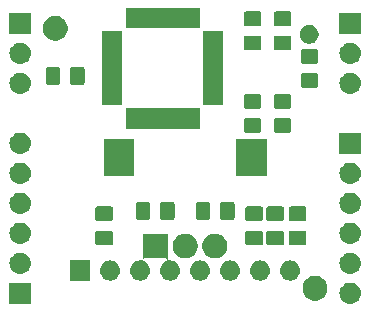
<source format=gbr>
G04 #@! TF.GenerationSoftware,KiCad,Pcbnew,(5.0.2-5)-5*
G04 #@! TF.CreationDate,2019-09-23T09:23:56+03:00*
G04 #@! TF.ProjectId,digi_pot,64696769-5f70-46f7-942e-6b696361645f,rev?*
G04 #@! TF.SameCoordinates,Original*
G04 #@! TF.FileFunction,Soldermask,Bot*
G04 #@! TF.FilePolarity,Negative*
%FSLAX46Y46*%
G04 Gerber Fmt 4.6, Leading zero omitted, Abs format (unit mm)*
G04 Created by KiCad (PCBNEW (5.0.2-5)-5) date 2019 September 23, Monday 09:23:56*
%MOMM*%
%LPD*%
G01*
G04 APERTURE LIST*
%ADD10C,0.100000*%
G04 APERTURE END LIST*
D10*
G36*
X162670443Y-103245519D02*
X162736627Y-103252037D01*
X162849853Y-103286384D01*
X162906467Y-103303557D01*
X163045087Y-103377652D01*
X163062991Y-103387222D01*
X163082259Y-103403035D01*
X163200186Y-103499814D01*
X163283448Y-103601271D01*
X163312778Y-103637009D01*
X163312779Y-103637011D01*
X163396443Y-103793533D01*
X163396443Y-103793534D01*
X163447963Y-103963373D01*
X163465359Y-104140000D01*
X163447963Y-104316627D01*
X163413616Y-104429853D01*
X163396443Y-104486467D01*
X163322348Y-104625087D01*
X163312778Y-104642991D01*
X163283448Y-104678729D01*
X163200186Y-104780186D01*
X163098729Y-104863448D01*
X163062991Y-104892778D01*
X163062989Y-104892779D01*
X162906467Y-104976443D01*
X162849853Y-104993616D01*
X162736627Y-105027963D01*
X162670442Y-105034482D01*
X162604260Y-105041000D01*
X162515740Y-105041000D01*
X162449557Y-105034481D01*
X162383373Y-105027963D01*
X162270147Y-104993616D01*
X162213533Y-104976443D01*
X162057011Y-104892779D01*
X162057009Y-104892778D01*
X162021271Y-104863448D01*
X161919814Y-104780186D01*
X161836552Y-104678729D01*
X161807222Y-104642991D01*
X161797652Y-104625087D01*
X161723557Y-104486467D01*
X161706384Y-104429853D01*
X161672037Y-104316627D01*
X161654641Y-104140000D01*
X161672037Y-103963373D01*
X161723557Y-103793534D01*
X161723557Y-103793533D01*
X161807221Y-103637011D01*
X161807222Y-103637009D01*
X161836552Y-103601271D01*
X161919814Y-103499814D01*
X162037741Y-103403035D01*
X162057009Y-103387222D01*
X162074913Y-103377652D01*
X162213533Y-103303557D01*
X162270147Y-103286384D01*
X162383373Y-103252037D01*
X162449558Y-103245518D01*
X162515740Y-103239000D01*
X162604260Y-103239000D01*
X162670443Y-103245519D01*
X162670443Y-103245519D01*
G37*
G36*
X135521000Y-105041000D02*
X133719000Y-105041000D01*
X133719000Y-103239000D01*
X135521000Y-103239000D01*
X135521000Y-105041000D01*
X135521000Y-105041000D01*
G37*
G36*
X159894965Y-102698989D02*
X160086234Y-102778215D01*
X160258376Y-102893237D01*
X160404763Y-103039624D01*
X160519785Y-103211766D01*
X160599011Y-103403035D01*
X160639400Y-103606084D01*
X160639400Y-103813116D01*
X160599011Y-104016165D01*
X160519785Y-104207434D01*
X160404763Y-104379576D01*
X160258376Y-104525963D01*
X160086234Y-104640985D01*
X159894965Y-104720211D01*
X159691916Y-104760600D01*
X159484884Y-104760600D01*
X159281835Y-104720211D01*
X159090566Y-104640985D01*
X158918424Y-104525963D01*
X158772037Y-104379576D01*
X158657015Y-104207434D01*
X158577789Y-104016165D01*
X158537400Y-103813116D01*
X158537400Y-103606084D01*
X158577789Y-103403035D01*
X158657015Y-103211766D01*
X158772037Y-103039624D01*
X158918424Y-102893237D01*
X159090566Y-102778215D01*
X159281835Y-102698989D01*
X159484884Y-102658600D01*
X159691916Y-102658600D01*
X159894965Y-102698989D01*
X159894965Y-102698989D01*
G37*
G36*
X150025221Y-101370913D02*
X150025224Y-101370914D01*
X150025225Y-101370914D01*
X150185639Y-101419575D01*
X150185641Y-101419576D01*
X150185644Y-101419577D01*
X150333478Y-101498595D01*
X150463059Y-101604941D01*
X150569405Y-101734522D01*
X150648423Y-101882356D01*
X150697087Y-102042779D01*
X150713517Y-102209600D01*
X150697087Y-102376421D01*
X150697086Y-102376424D01*
X150697086Y-102376425D01*
X150659297Y-102501000D01*
X150648423Y-102536844D01*
X150569405Y-102684678D01*
X150463059Y-102814259D01*
X150333478Y-102920605D01*
X150185644Y-102999623D01*
X150185641Y-102999624D01*
X150185639Y-102999625D01*
X150025225Y-103048286D01*
X150025224Y-103048286D01*
X150025221Y-103048287D01*
X149900204Y-103060600D01*
X149816596Y-103060600D01*
X149691579Y-103048287D01*
X149691576Y-103048286D01*
X149691575Y-103048286D01*
X149531161Y-102999625D01*
X149531159Y-102999624D01*
X149531156Y-102999623D01*
X149383322Y-102920605D01*
X149253741Y-102814259D01*
X149147395Y-102684678D01*
X149068377Y-102536844D01*
X149057504Y-102501000D01*
X149019714Y-102376425D01*
X149019714Y-102376424D01*
X149019713Y-102376421D01*
X149003283Y-102209600D01*
X149019713Y-102042779D01*
X149068377Y-101882356D01*
X149147395Y-101734522D01*
X149253741Y-101604941D01*
X149383322Y-101498595D01*
X149531156Y-101419577D01*
X149531159Y-101419576D01*
X149531161Y-101419575D01*
X149691575Y-101370914D01*
X149691576Y-101370914D01*
X149691579Y-101370913D01*
X149816596Y-101358600D01*
X149900204Y-101358600D01*
X150025221Y-101370913D01*
X150025221Y-101370913D01*
G37*
G36*
X147150200Y-101233600D02*
X147152602Y-101257986D01*
X147159715Y-101281435D01*
X147171266Y-101303046D01*
X147186812Y-101321988D01*
X147205754Y-101337534D01*
X147227365Y-101349085D01*
X147250814Y-101356198D01*
X147275200Y-101358600D01*
X147360204Y-101358600D01*
X147485221Y-101370913D01*
X147485224Y-101370914D01*
X147485225Y-101370914D01*
X147645639Y-101419575D01*
X147645641Y-101419576D01*
X147645644Y-101419577D01*
X147793478Y-101498595D01*
X147923059Y-101604941D01*
X148029405Y-101734522D01*
X148108423Y-101882356D01*
X148157087Y-102042779D01*
X148173517Y-102209600D01*
X148157087Y-102376421D01*
X148157086Y-102376424D01*
X148157086Y-102376425D01*
X148119297Y-102501000D01*
X148108423Y-102536844D01*
X148029405Y-102684678D01*
X147923059Y-102814259D01*
X147793478Y-102920605D01*
X147645644Y-102999623D01*
X147645641Y-102999624D01*
X147645639Y-102999625D01*
X147485225Y-103048286D01*
X147485224Y-103048286D01*
X147485221Y-103048287D01*
X147360204Y-103060600D01*
X147276596Y-103060600D01*
X147151579Y-103048287D01*
X147151576Y-103048286D01*
X147151575Y-103048286D01*
X146991161Y-102999625D01*
X146991159Y-102999624D01*
X146991156Y-102999623D01*
X146843322Y-102920605D01*
X146713741Y-102814259D01*
X146607395Y-102684678D01*
X146528377Y-102536844D01*
X146517504Y-102501000D01*
X146479714Y-102376425D01*
X146479714Y-102376424D01*
X146479713Y-102376421D01*
X146463283Y-102209600D01*
X146479713Y-102042779D01*
X146528377Y-101882356D01*
X146607395Y-101734522D01*
X146713741Y-101604941D01*
X146843322Y-101498595D01*
X146999789Y-101414962D01*
X147004426Y-101413042D01*
X147024801Y-101399428D01*
X147042128Y-101382102D01*
X147055743Y-101361727D01*
X147065121Y-101339089D01*
X147069902Y-101315055D01*
X147069902Y-101290551D01*
X147065122Y-101266517D01*
X147055746Y-101243878D01*
X147042132Y-101223503D01*
X147024806Y-101206176D01*
X147004431Y-101192561D01*
X146981793Y-101183183D01*
X146957759Y-101178402D01*
X146945504Y-101177800D01*
X145151296Y-101177800D01*
X145126910Y-101180202D01*
X145103461Y-101187315D01*
X145081850Y-101198866D01*
X145062908Y-101214412D01*
X145048200Y-101232333D01*
X145048200Y-99075800D01*
X147150200Y-99075800D01*
X147150200Y-101233600D01*
X147150200Y-101233600D01*
G37*
G36*
X145028698Y-101327186D02*
X145035811Y-101350635D01*
X145047362Y-101372246D01*
X145062908Y-101391188D01*
X145081850Y-101406734D01*
X145094834Y-101413674D01*
X145094782Y-101413771D01*
X145253478Y-101498595D01*
X145383059Y-101604941D01*
X145489405Y-101734522D01*
X145568423Y-101882356D01*
X145617087Y-102042779D01*
X145633517Y-102209600D01*
X145617087Y-102376421D01*
X145617086Y-102376424D01*
X145617086Y-102376425D01*
X145579297Y-102501000D01*
X145568423Y-102536844D01*
X145489405Y-102684678D01*
X145383059Y-102814259D01*
X145253478Y-102920605D01*
X145105644Y-102999623D01*
X145105641Y-102999624D01*
X145105639Y-102999625D01*
X144945225Y-103048286D01*
X144945224Y-103048286D01*
X144945221Y-103048287D01*
X144820204Y-103060600D01*
X144736596Y-103060600D01*
X144611579Y-103048287D01*
X144611576Y-103048286D01*
X144611575Y-103048286D01*
X144451161Y-102999625D01*
X144451159Y-102999624D01*
X144451156Y-102999623D01*
X144303322Y-102920605D01*
X144173741Y-102814259D01*
X144067395Y-102684678D01*
X143988377Y-102536844D01*
X143977504Y-102501000D01*
X143939714Y-102376425D01*
X143939714Y-102376424D01*
X143939713Y-102376421D01*
X143923283Y-102209600D01*
X143939713Y-102042779D01*
X143988377Y-101882356D01*
X144067395Y-101734522D01*
X144173741Y-101604941D01*
X144303322Y-101498595D01*
X144451156Y-101419577D01*
X144451159Y-101419576D01*
X144451161Y-101419575D01*
X144611575Y-101370914D01*
X144611576Y-101370914D01*
X144611579Y-101370913D01*
X144736596Y-101358600D01*
X144820205Y-101358600D01*
X144910948Y-101367537D01*
X144935453Y-101367537D01*
X144959486Y-101362756D01*
X144982125Y-101353379D01*
X145002500Y-101339765D01*
X145019827Y-101322438D01*
X145027151Y-101311476D01*
X145028698Y-101327186D01*
X145028698Y-101327186D01*
G37*
G36*
X142405221Y-101370913D02*
X142405224Y-101370914D01*
X142405225Y-101370914D01*
X142565639Y-101419575D01*
X142565641Y-101419576D01*
X142565644Y-101419577D01*
X142713478Y-101498595D01*
X142843059Y-101604941D01*
X142949405Y-101734522D01*
X143028423Y-101882356D01*
X143077087Y-102042779D01*
X143093517Y-102209600D01*
X143077087Y-102376421D01*
X143077086Y-102376424D01*
X143077086Y-102376425D01*
X143039297Y-102501000D01*
X143028423Y-102536844D01*
X142949405Y-102684678D01*
X142843059Y-102814259D01*
X142713478Y-102920605D01*
X142565644Y-102999623D01*
X142565641Y-102999624D01*
X142565639Y-102999625D01*
X142405225Y-103048286D01*
X142405224Y-103048286D01*
X142405221Y-103048287D01*
X142280204Y-103060600D01*
X142196596Y-103060600D01*
X142071579Y-103048287D01*
X142071576Y-103048286D01*
X142071575Y-103048286D01*
X141911161Y-102999625D01*
X141911159Y-102999624D01*
X141911156Y-102999623D01*
X141763322Y-102920605D01*
X141633741Y-102814259D01*
X141527395Y-102684678D01*
X141448377Y-102536844D01*
X141437504Y-102501000D01*
X141399714Y-102376425D01*
X141399714Y-102376424D01*
X141399713Y-102376421D01*
X141383283Y-102209600D01*
X141399713Y-102042779D01*
X141448377Y-101882356D01*
X141527395Y-101734522D01*
X141633741Y-101604941D01*
X141763322Y-101498595D01*
X141911156Y-101419577D01*
X141911159Y-101419576D01*
X141911161Y-101419575D01*
X142071575Y-101370914D01*
X142071576Y-101370914D01*
X142071579Y-101370913D01*
X142196596Y-101358600D01*
X142280204Y-101358600D01*
X142405221Y-101370913D01*
X142405221Y-101370913D01*
G37*
G36*
X140549400Y-103060600D02*
X138847400Y-103060600D01*
X138847400Y-101358600D01*
X140549400Y-101358600D01*
X140549400Y-103060600D01*
X140549400Y-103060600D01*
G37*
G36*
X155105221Y-101370913D02*
X155105224Y-101370914D01*
X155105225Y-101370914D01*
X155265639Y-101419575D01*
X155265641Y-101419576D01*
X155265644Y-101419577D01*
X155413478Y-101498595D01*
X155543059Y-101604941D01*
X155649405Y-101734522D01*
X155728423Y-101882356D01*
X155777087Y-102042779D01*
X155793517Y-102209600D01*
X155777087Y-102376421D01*
X155777086Y-102376424D01*
X155777086Y-102376425D01*
X155739297Y-102501000D01*
X155728423Y-102536844D01*
X155649405Y-102684678D01*
X155543059Y-102814259D01*
X155413478Y-102920605D01*
X155265644Y-102999623D01*
X155265641Y-102999624D01*
X155265639Y-102999625D01*
X155105225Y-103048286D01*
X155105224Y-103048286D01*
X155105221Y-103048287D01*
X154980204Y-103060600D01*
X154896596Y-103060600D01*
X154771579Y-103048287D01*
X154771576Y-103048286D01*
X154771575Y-103048286D01*
X154611161Y-102999625D01*
X154611159Y-102999624D01*
X154611156Y-102999623D01*
X154463322Y-102920605D01*
X154333741Y-102814259D01*
X154227395Y-102684678D01*
X154148377Y-102536844D01*
X154137504Y-102501000D01*
X154099714Y-102376425D01*
X154099714Y-102376424D01*
X154099713Y-102376421D01*
X154083283Y-102209600D01*
X154099713Y-102042779D01*
X154148377Y-101882356D01*
X154227395Y-101734522D01*
X154333741Y-101604941D01*
X154463322Y-101498595D01*
X154611156Y-101419577D01*
X154611159Y-101419576D01*
X154611161Y-101419575D01*
X154771575Y-101370914D01*
X154771576Y-101370914D01*
X154771579Y-101370913D01*
X154896596Y-101358600D01*
X154980204Y-101358600D01*
X155105221Y-101370913D01*
X155105221Y-101370913D01*
G37*
G36*
X152565221Y-101370913D02*
X152565224Y-101370914D01*
X152565225Y-101370914D01*
X152725639Y-101419575D01*
X152725641Y-101419576D01*
X152725644Y-101419577D01*
X152873478Y-101498595D01*
X153003059Y-101604941D01*
X153109405Y-101734522D01*
X153188423Y-101882356D01*
X153237087Y-102042779D01*
X153253517Y-102209600D01*
X153237087Y-102376421D01*
X153237086Y-102376424D01*
X153237086Y-102376425D01*
X153199297Y-102501000D01*
X153188423Y-102536844D01*
X153109405Y-102684678D01*
X153003059Y-102814259D01*
X152873478Y-102920605D01*
X152725644Y-102999623D01*
X152725641Y-102999624D01*
X152725639Y-102999625D01*
X152565225Y-103048286D01*
X152565224Y-103048286D01*
X152565221Y-103048287D01*
X152440204Y-103060600D01*
X152356596Y-103060600D01*
X152231579Y-103048287D01*
X152231576Y-103048286D01*
X152231575Y-103048286D01*
X152071161Y-102999625D01*
X152071159Y-102999624D01*
X152071156Y-102999623D01*
X151923322Y-102920605D01*
X151793741Y-102814259D01*
X151687395Y-102684678D01*
X151608377Y-102536844D01*
X151597504Y-102501000D01*
X151559714Y-102376425D01*
X151559714Y-102376424D01*
X151559713Y-102376421D01*
X151543283Y-102209600D01*
X151559713Y-102042779D01*
X151608377Y-101882356D01*
X151687395Y-101734522D01*
X151793741Y-101604941D01*
X151923322Y-101498595D01*
X152071156Y-101419577D01*
X152071159Y-101419576D01*
X152071161Y-101419575D01*
X152231575Y-101370914D01*
X152231576Y-101370914D01*
X152231579Y-101370913D01*
X152356596Y-101358600D01*
X152440204Y-101358600D01*
X152565221Y-101370913D01*
X152565221Y-101370913D01*
G37*
G36*
X157645221Y-101370913D02*
X157645224Y-101370914D01*
X157645225Y-101370914D01*
X157805639Y-101419575D01*
X157805641Y-101419576D01*
X157805644Y-101419577D01*
X157953478Y-101498595D01*
X158083059Y-101604941D01*
X158189405Y-101734522D01*
X158268423Y-101882356D01*
X158317087Y-102042779D01*
X158333517Y-102209600D01*
X158317087Y-102376421D01*
X158317086Y-102376424D01*
X158317086Y-102376425D01*
X158279297Y-102501000D01*
X158268423Y-102536844D01*
X158189405Y-102684678D01*
X158083059Y-102814259D01*
X157953478Y-102920605D01*
X157805644Y-102999623D01*
X157805641Y-102999624D01*
X157805639Y-102999625D01*
X157645225Y-103048286D01*
X157645224Y-103048286D01*
X157645221Y-103048287D01*
X157520204Y-103060600D01*
X157436596Y-103060600D01*
X157311579Y-103048287D01*
X157311576Y-103048286D01*
X157311575Y-103048286D01*
X157151161Y-102999625D01*
X157151159Y-102999624D01*
X157151156Y-102999623D01*
X157003322Y-102920605D01*
X156873741Y-102814259D01*
X156767395Y-102684678D01*
X156688377Y-102536844D01*
X156677504Y-102501000D01*
X156639714Y-102376425D01*
X156639714Y-102376424D01*
X156639713Y-102376421D01*
X156623283Y-102209600D01*
X156639713Y-102042779D01*
X156688377Y-101882356D01*
X156767395Y-101734522D01*
X156873741Y-101604941D01*
X157003322Y-101498595D01*
X157151156Y-101419577D01*
X157151159Y-101419576D01*
X157151161Y-101419575D01*
X157311575Y-101370914D01*
X157311576Y-101370914D01*
X157311579Y-101370913D01*
X157436596Y-101358600D01*
X157520204Y-101358600D01*
X157645221Y-101370913D01*
X157645221Y-101370913D01*
G37*
G36*
X162670443Y-100705519D02*
X162736627Y-100712037D01*
X162849853Y-100746384D01*
X162906467Y-100763557D01*
X162968614Y-100796776D01*
X163062991Y-100847222D01*
X163098729Y-100876552D01*
X163200186Y-100959814D01*
X163280915Y-101058184D01*
X163312778Y-101097009D01*
X163312779Y-101097011D01*
X163396443Y-101253533D01*
X163404907Y-101281435D01*
X163447963Y-101423373D01*
X163465359Y-101600000D01*
X163447963Y-101776627D01*
X163415889Y-101882361D01*
X163396443Y-101946467D01*
X163344962Y-102042779D01*
X163312778Y-102102991D01*
X163283448Y-102138729D01*
X163200186Y-102240186D01*
X163098729Y-102323448D01*
X163062991Y-102352778D01*
X163062989Y-102352779D01*
X162906467Y-102436443D01*
X162849853Y-102453616D01*
X162736627Y-102487963D01*
X162670442Y-102494482D01*
X162604260Y-102501000D01*
X162515740Y-102501000D01*
X162449558Y-102494482D01*
X162383373Y-102487963D01*
X162270147Y-102453616D01*
X162213533Y-102436443D01*
X162057011Y-102352779D01*
X162057009Y-102352778D01*
X162021271Y-102323448D01*
X161919814Y-102240186D01*
X161836552Y-102138729D01*
X161807222Y-102102991D01*
X161775038Y-102042779D01*
X161723557Y-101946467D01*
X161704111Y-101882361D01*
X161672037Y-101776627D01*
X161654641Y-101600000D01*
X161672037Y-101423373D01*
X161715093Y-101281435D01*
X161723557Y-101253533D01*
X161807221Y-101097011D01*
X161807222Y-101097009D01*
X161839085Y-101058184D01*
X161919814Y-100959814D01*
X162021271Y-100876552D01*
X162057009Y-100847222D01*
X162151386Y-100796776D01*
X162213533Y-100763557D01*
X162270147Y-100746384D01*
X162383373Y-100712037D01*
X162449557Y-100705519D01*
X162515740Y-100699000D01*
X162604260Y-100699000D01*
X162670443Y-100705519D01*
X162670443Y-100705519D01*
G37*
G36*
X134730443Y-100705519D02*
X134796627Y-100712037D01*
X134909853Y-100746384D01*
X134966467Y-100763557D01*
X135028614Y-100796776D01*
X135122991Y-100847222D01*
X135158729Y-100876552D01*
X135260186Y-100959814D01*
X135340915Y-101058184D01*
X135372778Y-101097009D01*
X135372779Y-101097011D01*
X135456443Y-101253533D01*
X135464907Y-101281435D01*
X135507963Y-101423373D01*
X135525359Y-101600000D01*
X135507963Y-101776627D01*
X135475889Y-101882361D01*
X135456443Y-101946467D01*
X135404962Y-102042779D01*
X135372778Y-102102991D01*
X135343448Y-102138729D01*
X135260186Y-102240186D01*
X135158729Y-102323448D01*
X135122991Y-102352778D01*
X135122989Y-102352779D01*
X134966467Y-102436443D01*
X134909853Y-102453616D01*
X134796627Y-102487963D01*
X134730442Y-102494482D01*
X134664260Y-102501000D01*
X134575740Y-102501000D01*
X134509558Y-102494482D01*
X134443373Y-102487963D01*
X134330147Y-102453616D01*
X134273533Y-102436443D01*
X134117011Y-102352779D01*
X134117009Y-102352778D01*
X134081271Y-102323448D01*
X133979814Y-102240186D01*
X133896552Y-102138729D01*
X133867222Y-102102991D01*
X133835038Y-102042779D01*
X133783557Y-101946467D01*
X133764111Y-101882361D01*
X133732037Y-101776627D01*
X133714641Y-101600000D01*
X133732037Y-101423373D01*
X133775093Y-101281435D01*
X133783557Y-101253533D01*
X133867221Y-101097011D01*
X133867222Y-101097009D01*
X133899085Y-101058184D01*
X133979814Y-100959814D01*
X134081271Y-100876552D01*
X134117009Y-100847222D01*
X134211386Y-100796776D01*
X134273533Y-100763557D01*
X134330147Y-100746384D01*
X134443373Y-100712037D01*
X134509557Y-100705519D01*
X134575740Y-100699000D01*
X134664260Y-100699000D01*
X134730443Y-100705519D01*
X134730443Y-100705519D01*
G37*
G36*
X151405765Y-99116189D02*
X151597034Y-99195415D01*
X151769176Y-99310437D01*
X151915563Y-99456824D01*
X152030585Y-99628966D01*
X152109811Y-99820235D01*
X152150200Y-100023284D01*
X152150200Y-100230316D01*
X152109811Y-100433365D01*
X152030585Y-100624634D01*
X151915563Y-100796776D01*
X151769176Y-100943163D01*
X151597034Y-101058185D01*
X151405765Y-101137411D01*
X151202716Y-101177800D01*
X150995684Y-101177800D01*
X150792635Y-101137411D01*
X150601366Y-101058185D01*
X150429224Y-100943163D01*
X150282837Y-100796776D01*
X150167815Y-100624634D01*
X150088589Y-100433365D01*
X150048200Y-100230316D01*
X150048200Y-100023284D01*
X150088589Y-99820235D01*
X150167815Y-99628966D01*
X150282837Y-99456824D01*
X150429224Y-99310437D01*
X150601366Y-99195415D01*
X150792635Y-99116189D01*
X150995684Y-99075800D01*
X151202716Y-99075800D01*
X151405765Y-99116189D01*
X151405765Y-99116189D01*
G37*
G36*
X148905765Y-99116189D02*
X149097034Y-99195415D01*
X149269176Y-99310437D01*
X149415563Y-99456824D01*
X149530585Y-99628966D01*
X149609811Y-99820235D01*
X149650200Y-100023284D01*
X149650200Y-100230316D01*
X149609811Y-100433365D01*
X149530585Y-100624634D01*
X149415563Y-100796776D01*
X149269176Y-100943163D01*
X149097034Y-101058185D01*
X148905765Y-101137411D01*
X148702716Y-101177800D01*
X148495684Y-101177800D01*
X148292635Y-101137411D01*
X148101366Y-101058185D01*
X147929224Y-100943163D01*
X147782837Y-100796776D01*
X147667815Y-100624634D01*
X147588589Y-100433365D01*
X147548200Y-100230316D01*
X147548200Y-100023284D01*
X147588589Y-99820235D01*
X147667815Y-99628966D01*
X147782837Y-99456824D01*
X147929224Y-99310437D01*
X148101366Y-99195415D01*
X148292635Y-99116189D01*
X148495684Y-99075800D01*
X148702716Y-99075800D01*
X148905765Y-99116189D01*
X148905765Y-99116189D01*
G37*
G36*
X142320677Y-98828465D02*
X142358364Y-98839898D01*
X142393103Y-98858466D01*
X142423548Y-98883452D01*
X142448534Y-98913897D01*
X142467102Y-98948636D01*
X142478535Y-98986323D01*
X142483000Y-99031661D01*
X142483000Y-99868339D01*
X142478535Y-99913677D01*
X142467102Y-99951364D01*
X142448534Y-99986103D01*
X142423548Y-100016548D01*
X142393103Y-100041534D01*
X142358364Y-100060102D01*
X142320677Y-100071535D01*
X142275339Y-100076000D01*
X141188661Y-100076000D01*
X141143323Y-100071535D01*
X141105636Y-100060102D01*
X141070897Y-100041534D01*
X141040452Y-100016548D01*
X141015466Y-99986103D01*
X140996898Y-99951364D01*
X140985465Y-99913677D01*
X140981000Y-99868339D01*
X140981000Y-99031661D01*
X140985465Y-98986323D01*
X140996898Y-98948636D01*
X141015466Y-98913897D01*
X141040452Y-98883452D01*
X141070897Y-98858466D01*
X141105636Y-98839898D01*
X141143323Y-98828465D01*
X141188661Y-98824000D01*
X142275339Y-98824000D01*
X142320677Y-98828465D01*
X142320677Y-98828465D01*
G37*
G36*
X155020677Y-98828465D02*
X155058364Y-98839898D01*
X155093103Y-98858466D01*
X155123548Y-98883452D01*
X155148534Y-98913897D01*
X155167102Y-98948636D01*
X155178535Y-98986323D01*
X155183000Y-99031661D01*
X155183000Y-99868339D01*
X155178535Y-99913677D01*
X155167102Y-99951364D01*
X155148534Y-99986103D01*
X155123548Y-100016548D01*
X155093103Y-100041534D01*
X155058364Y-100060102D01*
X155020677Y-100071535D01*
X154975339Y-100076000D01*
X153888661Y-100076000D01*
X153843323Y-100071535D01*
X153805636Y-100060102D01*
X153770897Y-100041534D01*
X153740452Y-100016548D01*
X153715466Y-99986103D01*
X153696898Y-99951364D01*
X153685465Y-99913677D01*
X153681000Y-99868339D01*
X153681000Y-99031661D01*
X153685465Y-98986323D01*
X153696898Y-98948636D01*
X153715466Y-98913897D01*
X153740452Y-98883452D01*
X153770897Y-98858466D01*
X153805636Y-98839898D01*
X153843323Y-98828465D01*
X153888661Y-98824000D01*
X154975339Y-98824000D01*
X155020677Y-98828465D01*
X155020677Y-98828465D01*
G37*
G36*
X156798677Y-98828465D02*
X156836364Y-98839898D01*
X156871103Y-98858466D01*
X156901548Y-98883452D01*
X156926534Y-98913897D01*
X156945102Y-98948636D01*
X156956535Y-98986323D01*
X156961000Y-99031661D01*
X156961000Y-99868339D01*
X156956535Y-99913677D01*
X156945102Y-99951364D01*
X156926534Y-99986103D01*
X156901548Y-100016548D01*
X156871103Y-100041534D01*
X156836364Y-100060102D01*
X156798677Y-100071535D01*
X156753339Y-100076000D01*
X155666661Y-100076000D01*
X155621323Y-100071535D01*
X155583636Y-100060102D01*
X155548897Y-100041534D01*
X155518452Y-100016548D01*
X155493466Y-99986103D01*
X155474898Y-99951364D01*
X155463465Y-99913677D01*
X155459000Y-99868339D01*
X155459000Y-99031661D01*
X155463465Y-98986323D01*
X155474898Y-98948636D01*
X155493466Y-98913897D01*
X155518452Y-98883452D01*
X155548897Y-98858466D01*
X155583636Y-98839898D01*
X155621323Y-98828465D01*
X155666661Y-98824000D01*
X156753339Y-98824000D01*
X156798677Y-98828465D01*
X156798677Y-98828465D01*
G37*
G36*
X158703677Y-98828465D02*
X158741364Y-98839898D01*
X158776103Y-98858466D01*
X158806548Y-98883452D01*
X158831534Y-98913897D01*
X158850102Y-98948636D01*
X158861535Y-98986323D01*
X158866000Y-99031661D01*
X158866000Y-99868339D01*
X158861535Y-99913677D01*
X158850102Y-99951364D01*
X158831534Y-99986103D01*
X158806548Y-100016548D01*
X158776103Y-100041534D01*
X158741364Y-100060102D01*
X158703677Y-100071535D01*
X158658339Y-100076000D01*
X157571661Y-100076000D01*
X157526323Y-100071535D01*
X157488636Y-100060102D01*
X157453897Y-100041534D01*
X157423452Y-100016548D01*
X157398466Y-99986103D01*
X157379898Y-99951364D01*
X157368465Y-99913677D01*
X157364000Y-99868339D01*
X157364000Y-99031661D01*
X157368465Y-98986323D01*
X157379898Y-98948636D01*
X157398466Y-98913897D01*
X157423452Y-98883452D01*
X157453897Y-98858466D01*
X157488636Y-98839898D01*
X157526323Y-98828465D01*
X157571661Y-98824000D01*
X158658339Y-98824000D01*
X158703677Y-98828465D01*
X158703677Y-98828465D01*
G37*
G36*
X134730443Y-98165519D02*
X134796627Y-98172037D01*
X134909853Y-98206384D01*
X134966467Y-98223557D01*
X135105087Y-98297652D01*
X135122991Y-98307222D01*
X135158729Y-98336552D01*
X135260186Y-98419814D01*
X135343448Y-98521271D01*
X135372778Y-98557009D01*
X135372779Y-98557011D01*
X135456443Y-98713533D01*
X135456443Y-98713534D01*
X135507963Y-98883373D01*
X135525359Y-99060000D01*
X135507963Y-99236627D01*
X135485573Y-99310437D01*
X135456443Y-99406467D01*
X135382348Y-99545087D01*
X135372778Y-99562991D01*
X135343448Y-99598729D01*
X135260186Y-99700186D01*
X135158729Y-99783448D01*
X135122991Y-99812778D01*
X135122989Y-99812779D01*
X134966467Y-99896443D01*
X134928424Y-99907983D01*
X134796627Y-99947963D01*
X134730443Y-99954481D01*
X134664260Y-99961000D01*
X134575740Y-99961000D01*
X134509557Y-99954481D01*
X134443373Y-99947963D01*
X134311576Y-99907983D01*
X134273533Y-99896443D01*
X134117011Y-99812779D01*
X134117009Y-99812778D01*
X134081271Y-99783448D01*
X133979814Y-99700186D01*
X133896552Y-99598729D01*
X133867222Y-99562991D01*
X133857652Y-99545087D01*
X133783557Y-99406467D01*
X133754427Y-99310437D01*
X133732037Y-99236627D01*
X133714641Y-99060000D01*
X133732037Y-98883373D01*
X133783557Y-98713534D01*
X133783557Y-98713533D01*
X133867221Y-98557011D01*
X133867222Y-98557009D01*
X133896552Y-98521271D01*
X133979814Y-98419814D01*
X134081271Y-98336552D01*
X134117009Y-98307222D01*
X134134913Y-98297652D01*
X134273533Y-98223557D01*
X134330147Y-98206384D01*
X134443373Y-98172037D01*
X134509557Y-98165519D01*
X134575740Y-98159000D01*
X134664260Y-98159000D01*
X134730443Y-98165519D01*
X134730443Y-98165519D01*
G37*
G36*
X162670443Y-98165519D02*
X162736627Y-98172037D01*
X162849853Y-98206384D01*
X162906467Y-98223557D01*
X163045087Y-98297652D01*
X163062991Y-98307222D01*
X163098729Y-98336552D01*
X163200186Y-98419814D01*
X163283448Y-98521271D01*
X163312778Y-98557009D01*
X163312779Y-98557011D01*
X163396443Y-98713533D01*
X163396443Y-98713534D01*
X163447963Y-98883373D01*
X163465359Y-99060000D01*
X163447963Y-99236627D01*
X163425573Y-99310437D01*
X163396443Y-99406467D01*
X163322348Y-99545087D01*
X163312778Y-99562991D01*
X163283448Y-99598729D01*
X163200186Y-99700186D01*
X163098729Y-99783448D01*
X163062991Y-99812778D01*
X163062989Y-99812779D01*
X162906467Y-99896443D01*
X162868424Y-99907983D01*
X162736627Y-99947963D01*
X162670443Y-99954481D01*
X162604260Y-99961000D01*
X162515740Y-99961000D01*
X162449557Y-99954481D01*
X162383373Y-99947963D01*
X162251576Y-99907983D01*
X162213533Y-99896443D01*
X162057011Y-99812779D01*
X162057009Y-99812778D01*
X162021271Y-99783448D01*
X161919814Y-99700186D01*
X161836552Y-99598729D01*
X161807222Y-99562991D01*
X161797652Y-99545087D01*
X161723557Y-99406467D01*
X161694427Y-99310437D01*
X161672037Y-99236627D01*
X161654641Y-99060000D01*
X161672037Y-98883373D01*
X161723557Y-98713534D01*
X161723557Y-98713533D01*
X161807221Y-98557011D01*
X161807222Y-98557009D01*
X161836552Y-98521271D01*
X161919814Y-98419814D01*
X162021271Y-98336552D01*
X162057009Y-98307222D01*
X162074913Y-98297652D01*
X162213533Y-98223557D01*
X162270147Y-98206384D01*
X162383373Y-98172037D01*
X162449557Y-98165519D01*
X162515740Y-98159000D01*
X162604260Y-98159000D01*
X162670443Y-98165519D01*
X162670443Y-98165519D01*
G37*
G36*
X156798677Y-96778465D02*
X156836364Y-96789898D01*
X156871103Y-96808466D01*
X156901548Y-96833452D01*
X156926534Y-96863897D01*
X156945102Y-96898636D01*
X156956535Y-96936323D01*
X156961000Y-96981661D01*
X156961000Y-97818339D01*
X156956535Y-97863677D01*
X156945102Y-97901364D01*
X156926534Y-97936103D01*
X156901548Y-97966548D01*
X156871103Y-97991534D01*
X156836364Y-98010102D01*
X156798677Y-98021535D01*
X156753339Y-98026000D01*
X155666661Y-98026000D01*
X155621323Y-98021535D01*
X155583636Y-98010102D01*
X155548897Y-97991534D01*
X155518452Y-97966548D01*
X155493466Y-97936103D01*
X155474898Y-97901364D01*
X155463465Y-97863677D01*
X155459000Y-97818339D01*
X155459000Y-96981661D01*
X155463465Y-96936323D01*
X155474898Y-96898636D01*
X155493466Y-96863897D01*
X155518452Y-96833452D01*
X155548897Y-96808466D01*
X155583636Y-96789898D01*
X155621323Y-96778465D01*
X155666661Y-96774000D01*
X156753339Y-96774000D01*
X156798677Y-96778465D01*
X156798677Y-96778465D01*
G37*
G36*
X158703677Y-96778465D02*
X158741364Y-96789898D01*
X158776103Y-96808466D01*
X158806548Y-96833452D01*
X158831534Y-96863897D01*
X158850102Y-96898636D01*
X158861535Y-96936323D01*
X158866000Y-96981661D01*
X158866000Y-97818339D01*
X158861535Y-97863677D01*
X158850102Y-97901364D01*
X158831534Y-97936103D01*
X158806548Y-97966548D01*
X158776103Y-97991534D01*
X158741364Y-98010102D01*
X158703677Y-98021535D01*
X158658339Y-98026000D01*
X157571661Y-98026000D01*
X157526323Y-98021535D01*
X157488636Y-98010102D01*
X157453897Y-97991534D01*
X157423452Y-97966548D01*
X157398466Y-97936103D01*
X157379898Y-97901364D01*
X157368465Y-97863677D01*
X157364000Y-97818339D01*
X157364000Y-96981661D01*
X157368465Y-96936323D01*
X157379898Y-96898636D01*
X157398466Y-96863897D01*
X157423452Y-96833452D01*
X157453897Y-96808466D01*
X157488636Y-96789898D01*
X157526323Y-96778465D01*
X157571661Y-96774000D01*
X158658339Y-96774000D01*
X158703677Y-96778465D01*
X158703677Y-96778465D01*
G37*
G36*
X155020677Y-96778465D02*
X155058364Y-96789898D01*
X155093103Y-96808466D01*
X155123548Y-96833452D01*
X155148534Y-96863897D01*
X155167102Y-96898636D01*
X155178535Y-96936323D01*
X155183000Y-96981661D01*
X155183000Y-97818339D01*
X155178535Y-97863677D01*
X155167102Y-97901364D01*
X155148534Y-97936103D01*
X155123548Y-97966548D01*
X155093103Y-97991534D01*
X155058364Y-98010102D01*
X155020677Y-98021535D01*
X154975339Y-98026000D01*
X153888661Y-98026000D01*
X153843323Y-98021535D01*
X153805636Y-98010102D01*
X153770897Y-97991534D01*
X153740452Y-97966548D01*
X153715466Y-97936103D01*
X153696898Y-97901364D01*
X153685465Y-97863677D01*
X153681000Y-97818339D01*
X153681000Y-96981661D01*
X153685465Y-96936323D01*
X153696898Y-96898636D01*
X153715466Y-96863897D01*
X153740452Y-96833452D01*
X153770897Y-96808466D01*
X153805636Y-96789898D01*
X153843323Y-96778465D01*
X153888661Y-96774000D01*
X154975339Y-96774000D01*
X155020677Y-96778465D01*
X155020677Y-96778465D01*
G37*
G36*
X142320677Y-96778465D02*
X142358364Y-96789898D01*
X142393103Y-96808466D01*
X142423548Y-96833452D01*
X142448534Y-96863897D01*
X142467102Y-96898636D01*
X142478535Y-96936323D01*
X142483000Y-96981661D01*
X142483000Y-97818339D01*
X142478535Y-97863677D01*
X142467102Y-97901364D01*
X142448534Y-97936103D01*
X142423548Y-97966548D01*
X142393103Y-97991534D01*
X142358364Y-98010102D01*
X142320677Y-98021535D01*
X142275339Y-98026000D01*
X141188661Y-98026000D01*
X141143323Y-98021535D01*
X141105636Y-98010102D01*
X141070897Y-97991534D01*
X141040452Y-97966548D01*
X141015466Y-97936103D01*
X140996898Y-97901364D01*
X140985465Y-97863677D01*
X140981000Y-97818339D01*
X140981000Y-96981661D01*
X140985465Y-96936323D01*
X140996898Y-96898636D01*
X141015466Y-96863897D01*
X141040452Y-96833452D01*
X141070897Y-96808466D01*
X141105636Y-96789898D01*
X141143323Y-96778465D01*
X141188661Y-96774000D01*
X142275339Y-96774000D01*
X142320677Y-96778465D01*
X142320677Y-96778465D01*
G37*
G36*
X150568677Y-96408465D02*
X150606364Y-96419898D01*
X150641103Y-96438466D01*
X150671548Y-96463452D01*
X150696534Y-96493897D01*
X150715102Y-96528636D01*
X150726535Y-96566323D01*
X150731000Y-96611661D01*
X150731000Y-97698339D01*
X150726535Y-97743677D01*
X150715102Y-97781364D01*
X150696534Y-97816103D01*
X150671548Y-97846548D01*
X150641103Y-97871534D01*
X150606364Y-97890102D01*
X150568677Y-97901535D01*
X150523339Y-97906000D01*
X149686661Y-97906000D01*
X149641323Y-97901535D01*
X149603636Y-97890102D01*
X149568897Y-97871534D01*
X149538452Y-97846548D01*
X149513466Y-97816103D01*
X149494898Y-97781364D01*
X149483465Y-97743677D01*
X149479000Y-97698339D01*
X149479000Y-96611661D01*
X149483465Y-96566323D01*
X149494898Y-96528636D01*
X149513466Y-96493897D01*
X149538452Y-96463452D01*
X149568897Y-96438466D01*
X149603636Y-96419898D01*
X149641323Y-96408465D01*
X149686661Y-96404000D01*
X150523339Y-96404000D01*
X150568677Y-96408465D01*
X150568677Y-96408465D01*
G37*
G36*
X152618677Y-96408465D02*
X152656364Y-96419898D01*
X152691103Y-96438466D01*
X152721548Y-96463452D01*
X152746534Y-96493897D01*
X152765102Y-96528636D01*
X152776535Y-96566323D01*
X152781000Y-96611661D01*
X152781000Y-97698339D01*
X152776535Y-97743677D01*
X152765102Y-97781364D01*
X152746534Y-97816103D01*
X152721548Y-97846548D01*
X152691103Y-97871534D01*
X152656364Y-97890102D01*
X152618677Y-97901535D01*
X152573339Y-97906000D01*
X151736661Y-97906000D01*
X151691323Y-97901535D01*
X151653636Y-97890102D01*
X151618897Y-97871534D01*
X151588452Y-97846548D01*
X151563466Y-97816103D01*
X151544898Y-97781364D01*
X151533465Y-97743677D01*
X151529000Y-97698339D01*
X151529000Y-96611661D01*
X151533465Y-96566323D01*
X151544898Y-96528636D01*
X151563466Y-96493897D01*
X151588452Y-96463452D01*
X151618897Y-96438466D01*
X151653636Y-96419898D01*
X151691323Y-96408465D01*
X151736661Y-96404000D01*
X152573339Y-96404000D01*
X152618677Y-96408465D01*
X152618677Y-96408465D01*
G37*
G36*
X145488677Y-96408465D02*
X145526364Y-96419898D01*
X145561103Y-96438466D01*
X145591548Y-96463452D01*
X145616534Y-96493897D01*
X145635102Y-96528636D01*
X145646535Y-96566323D01*
X145651000Y-96611661D01*
X145651000Y-97698339D01*
X145646535Y-97743677D01*
X145635102Y-97781364D01*
X145616534Y-97816103D01*
X145591548Y-97846548D01*
X145561103Y-97871534D01*
X145526364Y-97890102D01*
X145488677Y-97901535D01*
X145443339Y-97906000D01*
X144606661Y-97906000D01*
X144561323Y-97901535D01*
X144523636Y-97890102D01*
X144488897Y-97871534D01*
X144458452Y-97846548D01*
X144433466Y-97816103D01*
X144414898Y-97781364D01*
X144403465Y-97743677D01*
X144399000Y-97698339D01*
X144399000Y-96611661D01*
X144403465Y-96566323D01*
X144414898Y-96528636D01*
X144433466Y-96493897D01*
X144458452Y-96463452D01*
X144488897Y-96438466D01*
X144523636Y-96419898D01*
X144561323Y-96408465D01*
X144606661Y-96404000D01*
X145443339Y-96404000D01*
X145488677Y-96408465D01*
X145488677Y-96408465D01*
G37*
G36*
X147538677Y-96408465D02*
X147576364Y-96419898D01*
X147611103Y-96438466D01*
X147641548Y-96463452D01*
X147666534Y-96493897D01*
X147685102Y-96528636D01*
X147696535Y-96566323D01*
X147701000Y-96611661D01*
X147701000Y-97698339D01*
X147696535Y-97743677D01*
X147685102Y-97781364D01*
X147666534Y-97816103D01*
X147641548Y-97846548D01*
X147611103Y-97871534D01*
X147576364Y-97890102D01*
X147538677Y-97901535D01*
X147493339Y-97906000D01*
X146656661Y-97906000D01*
X146611323Y-97901535D01*
X146573636Y-97890102D01*
X146538897Y-97871534D01*
X146508452Y-97846548D01*
X146483466Y-97816103D01*
X146464898Y-97781364D01*
X146453465Y-97743677D01*
X146449000Y-97698339D01*
X146449000Y-96611661D01*
X146453465Y-96566323D01*
X146464898Y-96528636D01*
X146483466Y-96493897D01*
X146508452Y-96463452D01*
X146538897Y-96438466D01*
X146573636Y-96419898D01*
X146611323Y-96408465D01*
X146656661Y-96404000D01*
X147493339Y-96404000D01*
X147538677Y-96408465D01*
X147538677Y-96408465D01*
G37*
G36*
X134730442Y-95625518D02*
X134796627Y-95632037D01*
X134909853Y-95666384D01*
X134966467Y-95683557D01*
X135105087Y-95757652D01*
X135122991Y-95767222D01*
X135158729Y-95796552D01*
X135260186Y-95879814D01*
X135343448Y-95981271D01*
X135372778Y-96017009D01*
X135372779Y-96017011D01*
X135456443Y-96173533D01*
X135456443Y-96173534D01*
X135507963Y-96343373D01*
X135525359Y-96520000D01*
X135507963Y-96696627D01*
X135478207Y-96794718D01*
X135456443Y-96866467D01*
X135416060Y-96942017D01*
X135372778Y-97022991D01*
X135353753Y-97046173D01*
X135260186Y-97160186D01*
X135158729Y-97243448D01*
X135122991Y-97272778D01*
X135122989Y-97272779D01*
X134966467Y-97356443D01*
X134909853Y-97373616D01*
X134796627Y-97407963D01*
X134730442Y-97414482D01*
X134664260Y-97421000D01*
X134575740Y-97421000D01*
X134509558Y-97414482D01*
X134443373Y-97407963D01*
X134330147Y-97373616D01*
X134273533Y-97356443D01*
X134117011Y-97272779D01*
X134117009Y-97272778D01*
X134081271Y-97243448D01*
X133979814Y-97160186D01*
X133886247Y-97046173D01*
X133867222Y-97022991D01*
X133823940Y-96942017D01*
X133783557Y-96866467D01*
X133761793Y-96794718D01*
X133732037Y-96696627D01*
X133714641Y-96520000D01*
X133732037Y-96343373D01*
X133783557Y-96173534D01*
X133783557Y-96173533D01*
X133867221Y-96017011D01*
X133867222Y-96017009D01*
X133896552Y-95981271D01*
X133979814Y-95879814D01*
X134081271Y-95796552D01*
X134117009Y-95767222D01*
X134134913Y-95757652D01*
X134273533Y-95683557D01*
X134330147Y-95666384D01*
X134443373Y-95632037D01*
X134509558Y-95625518D01*
X134575740Y-95619000D01*
X134664260Y-95619000D01*
X134730442Y-95625518D01*
X134730442Y-95625518D01*
G37*
G36*
X162670442Y-95625518D02*
X162736627Y-95632037D01*
X162849853Y-95666384D01*
X162906467Y-95683557D01*
X163045087Y-95757652D01*
X163062991Y-95767222D01*
X163098729Y-95796552D01*
X163200186Y-95879814D01*
X163283448Y-95981271D01*
X163312778Y-96017009D01*
X163312779Y-96017011D01*
X163396443Y-96173533D01*
X163396443Y-96173534D01*
X163447963Y-96343373D01*
X163465359Y-96520000D01*
X163447963Y-96696627D01*
X163418207Y-96794718D01*
X163396443Y-96866467D01*
X163356060Y-96942017D01*
X163312778Y-97022991D01*
X163293753Y-97046173D01*
X163200186Y-97160186D01*
X163098729Y-97243448D01*
X163062991Y-97272778D01*
X163062989Y-97272779D01*
X162906467Y-97356443D01*
X162849853Y-97373616D01*
X162736627Y-97407963D01*
X162670442Y-97414482D01*
X162604260Y-97421000D01*
X162515740Y-97421000D01*
X162449558Y-97414482D01*
X162383373Y-97407963D01*
X162270147Y-97373616D01*
X162213533Y-97356443D01*
X162057011Y-97272779D01*
X162057009Y-97272778D01*
X162021271Y-97243448D01*
X161919814Y-97160186D01*
X161826247Y-97046173D01*
X161807222Y-97022991D01*
X161763940Y-96942017D01*
X161723557Y-96866467D01*
X161701793Y-96794718D01*
X161672037Y-96696627D01*
X161654641Y-96520000D01*
X161672037Y-96343373D01*
X161723557Y-96173534D01*
X161723557Y-96173533D01*
X161807221Y-96017011D01*
X161807222Y-96017009D01*
X161836552Y-95981271D01*
X161919814Y-95879814D01*
X162021271Y-95796552D01*
X162057009Y-95767222D01*
X162074913Y-95757652D01*
X162213533Y-95683557D01*
X162270147Y-95666384D01*
X162383373Y-95632037D01*
X162449558Y-95625518D01*
X162515740Y-95619000D01*
X162604260Y-95619000D01*
X162670442Y-95625518D01*
X162670442Y-95625518D01*
G37*
G36*
X134730443Y-93085519D02*
X134796627Y-93092037D01*
X134909853Y-93126384D01*
X134966467Y-93143557D01*
X135105087Y-93217652D01*
X135122991Y-93227222D01*
X135158729Y-93256552D01*
X135260186Y-93339814D01*
X135343448Y-93441271D01*
X135372778Y-93477009D01*
X135372779Y-93477011D01*
X135456443Y-93633533D01*
X135456443Y-93633534D01*
X135507963Y-93803373D01*
X135525359Y-93980000D01*
X135507963Y-94156627D01*
X135501540Y-94177800D01*
X135456443Y-94326467D01*
X135382348Y-94465087D01*
X135372778Y-94482991D01*
X135343448Y-94518729D01*
X135260186Y-94620186D01*
X135158729Y-94703448D01*
X135122991Y-94732778D01*
X135122989Y-94732779D01*
X134966467Y-94816443D01*
X134909853Y-94833616D01*
X134796627Y-94867963D01*
X134730443Y-94874481D01*
X134664260Y-94881000D01*
X134575740Y-94881000D01*
X134509557Y-94874481D01*
X134443373Y-94867963D01*
X134330147Y-94833616D01*
X134273533Y-94816443D01*
X134117011Y-94732779D01*
X134117009Y-94732778D01*
X134081271Y-94703448D01*
X133979814Y-94620186D01*
X133896552Y-94518729D01*
X133867222Y-94482991D01*
X133857652Y-94465087D01*
X133783557Y-94326467D01*
X133738460Y-94177800D01*
X133732037Y-94156627D01*
X133714641Y-93980000D01*
X133732037Y-93803373D01*
X133783557Y-93633534D01*
X133783557Y-93633533D01*
X133867221Y-93477011D01*
X133867222Y-93477009D01*
X133896552Y-93441271D01*
X133979814Y-93339814D01*
X134081271Y-93256552D01*
X134117009Y-93227222D01*
X134134913Y-93217652D01*
X134273533Y-93143557D01*
X134330147Y-93126384D01*
X134443373Y-93092037D01*
X134509557Y-93085519D01*
X134575740Y-93079000D01*
X134664260Y-93079000D01*
X134730443Y-93085519D01*
X134730443Y-93085519D01*
G37*
G36*
X162670443Y-93085519D02*
X162736627Y-93092037D01*
X162849853Y-93126384D01*
X162906467Y-93143557D01*
X163045087Y-93217652D01*
X163062991Y-93227222D01*
X163098729Y-93256552D01*
X163200186Y-93339814D01*
X163283448Y-93441271D01*
X163312778Y-93477009D01*
X163312779Y-93477011D01*
X163396443Y-93633533D01*
X163396443Y-93633534D01*
X163447963Y-93803373D01*
X163465359Y-93980000D01*
X163447963Y-94156627D01*
X163441540Y-94177800D01*
X163396443Y-94326467D01*
X163322348Y-94465087D01*
X163312778Y-94482991D01*
X163283448Y-94518729D01*
X163200186Y-94620186D01*
X163098729Y-94703448D01*
X163062991Y-94732778D01*
X163062989Y-94732779D01*
X162906467Y-94816443D01*
X162849853Y-94833616D01*
X162736627Y-94867963D01*
X162670443Y-94874481D01*
X162604260Y-94881000D01*
X162515740Y-94881000D01*
X162449557Y-94874481D01*
X162383373Y-94867963D01*
X162270147Y-94833616D01*
X162213533Y-94816443D01*
X162057011Y-94732779D01*
X162057009Y-94732778D01*
X162021271Y-94703448D01*
X161919814Y-94620186D01*
X161836552Y-94518729D01*
X161807222Y-94482991D01*
X161797652Y-94465087D01*
X161723557Y-94326467D01*
X161678460Y-94177800D01*
X161672037Y-94156627D01*
X161654641Y-93980000D01*
X161672037Y-93803373D01*
X161723557Y-93633534D01*
X161723557Y-93633533D01*
X161807221Y-93477011D01*
X161807222Y-93477009D01*
X161836552Y-93441271D01*
X161919814Y-93339814D01*
X162021271Y-93256552D01*
X162057009Y-93227222D01*
X162074913Y-93217652D01*
X162213533Y-93143557D01*
X162270147Y-93126384D01*
X162383373Y-93092037D01*
X162449557Y-93085519D01*
X162515740Y-93079000D01*
X162604260Y-93079000D01*
X162670443Y-93085519D01*
X162670443Y-93085519D01*
G37*
G36*
X155500200Y-94177800D02*
X152898200Y-94177800D01*
X152898200Y-91075800D01*
X155500200Y-91075800D01*
X155500200Y-94177800D01*
X155500200Y-94177800D01*
G37*
G36*
X144300200Y-94177800D02*
X141698200Y-94177800D01*
X141698200Y-91075800D01*
X144300200Y-91075800D01*
X144300200Y-94177800D01*
X144300200Y-94177800D01*
G37*
G36*
X134730443Y-90545519D02*
X134796627Y-90552037D01*
X134909853Y-90586384D01*
X134966467Y-90603557D01*
X135105087Y-90677652D01*
X135122991Y-90687222D01*
X135158729Y-90716552D01*
X135260186Y-90799814D01*
X135343448Y-90901271D01*
X135372778Y-90937009D01*
X135372779Y-90937011D01*
X135456443Y-91093533D01*
X135456443Y-91093534D01*
X135507963Y-91263373D01*
X135525359Y-91440000D01*
X135507963Y-91616627D01*
X135473616Y-91729853D01*
X135456443Y-91786467D01*
X135382348Y-91925087D01*
X135372778Y-91942991D01*
X135343448Y-91978729D01*
X135260186Y-92080186D01*
X135158729Y-92163448D01*
X135122991Y-92192778D01*
X135122989Y-92192779D01*
X134966467Y-92276443D01*
X134909853Y-92293616D01*
X134796627Y-92327963D01*
X134730443Y-92334481D01*
X134664260Y-92341000D01*
X134575740Y-92341000D01*
X134509557Y-92334481D01*
X134443373Y-92327963D01*
X134330147Y-92293616D01*
X134273533Y-92276443D01*
X134117011Y-92192779D01*
X134117009Y-92192778D01*
X134081271Y-92163448D01*
X133979814Y-92080186D01*
X133896552Y-91978729D01*
X133867222Y-91942991D01*
X133857652Y-91925087D01*
X133783557Y-91786467D01*
X133766384Y-91729853D01*
X133732037Y-91616627D01*
X133714641Y-91440000D01*
X133732037Y-91263373D01*
X133783557Y-91093534D01*
X133783557Y-91093533D01*
X133867221Y-90937011D01*
X133867222Y-90937009D01*
X133896552Y-90901271D01*
X133979814Y-90799814D01*
X134081271Y-90716552D01*
X134117009Y-90687222D01*
X134134913Y-90677652D01*
X134273533Y-90603557D01*
X134330147Y-90586384D01*
X134443373Y-90552037D01*
X134509557Y-90545519D01*
X134575740Y-90539000D01*
X134664260Y-90539000D01*
X134730443Y-90545519D01*
X134730443Y-90545519D01*
G37*
G36*
X163461000Y-92341000D02*
X161659000Y-92341000D01*
X161659000Y-90539000D01*
X163461000Y-90539000D01*
X163461000Y-92341000D01*
X163461000Y-92341000D01*
G37*
G36*
X154893677Y-89303465D02*
X154931364Y-89314898D01*
X154966103Y-89333466D01*
X154996548Y-89358452D01*
X155021534Y-89388897D01*
X155040102Y-89423636D01*
X155051535Y-89461323D01*
X155056000Y-89506661D01*
X155056000Y-90343339D01*
X155051535Y-90388677D01*
X155040102Y-90426364D01*
X155021534Y-90461103D01*
X154996548Y-90491548D01*
X154966103Y-90516534D01*
X154931364Y-90535102D01*
X154893677Y-90546535D01*
X154848339Y-90551000D01*
X153761661Y-90551000D01*
X153716323Y-90546535D01*
X153678636Y-90535102D01*
X153643897Y-90516534D01*
X153613452Y-90491548D01*
X153588466Y-90461103D01*
X153569898Y-90426364D01*
X153558465Y-90388677D01*
X153554000Y-90343339D01*
X153554000Y-89506661D01*
X153558465Y-89461323D01*
X153569898Y-89423636D01*
X153588466Y-89388897D01*
X153613452Y-89358452D01*
X153643897Y-89333466D01*
X153678636Y-89314898D01*
X153716323Y-89303465D01*
X153761661Y-89299000D01*
X154848339Y-89299000D01*
X154893677Y-89303465D01*
X154893677Y-89303465D01*
G37*
G36*
X157433677Y-89303465D02*
X157471364Y-89314898D01*
X157506103Y-89333466D01*
X157536548Y-89358452D01*
X157561534Y-89388897D01*
X157580102Y-89423636D01*
X157591535Y-89461323D01*
X157596000Y-89506661D01*
X157596000Y-90343339D01*
X157591535Y-90388677D01*
X157580102Y-90426364D01*
X157561534Y-90461103D01*
X157536548Y-90491548D01*
X157506103Y-90516534D01*
X157471364Y-90535102D01*
X157433677Y-90546535D01*
X157388339Y-90551000D01*
X156301661Y-90551000D01*
X156256323Y-90546535D01*
X156218636Y-90535102D01*
X156183897Y-90516534D01*
X156153452Y-90491548D01*
X156128466Y-90461103D01*
X156109898Y-90426364D01*
X156098465Y-90388677D01*
X156094000Y-90343339D01*
X156094000Y-89506661D01*
X156098465Y-89461323D01*
X156109898Y-89423636D01*
X156128466Y-89388897D01*
X156153452Y-89358452D01*
X156183897Y-89333466D01*
X156218636Y-89314898D01*
X156256323Y-89303465D01*
X156301661Y-89299000D01*
X157388339Y-89299000D01*
X157433677Y-89303465D01*
X157433677Y-89303465D01*
G37*
G36*
X149811000Y-90191000D02*
X143559000Y-90191000D01*
X143559000Y-88489000D01*
X149811000Y-88489000D01*
X149811000Y-90191000D01*
X149811000Y-90191000D01*
G37*
G36*
X154893677Y-87253465D02*
X154931364Y-87264898D01*
X154966103Y-87283466D01*
X154996548Y-87308452D01*
X155021534Y-87338897D01*
X155040102Y-87373636D01*
X155051535Y-87411323D01*
X155056000Y-87456661D01*
X155056000Y-88293339D01*
X155051535Y-88338677D01*
X155040102Y-88376364D01*
X155021534Y-88411103D01*
X154996548Y-88441548D01*
X154966103Y-88466534D01*
X154931364Y-88485102D01*
X154893677Y-88496535D01*
X154848339Y-88501000D01*
X153761661Y-88501000D01*
X153716323Y-88496535D01*
X153678636Y-88485102D01*
X153643897Y-88466534D01*
X153613452Y-88441548D01*
X153588466Y-88411103D01*
X153569898Y-88376364D01*
X153558465Y-88338677D01*
X153554000Y-88293339D01*
X153554000Y-87456661D01*
X153558465Y-87411323D01*
X153569898Y-87373636D01*
X153588466Y-87338897D01*
X153613452Y-87308452D01*
X153643897Y-87283466D01*
X153678636Y-87264898D01*
X153716323Y-87253465D01*
X153761661Y-87249000D01*
X154848339Y-87249000D01*
X154893677Y-87253465D01*
X154893677Y-87253465D01*
G37*
G36*
X157433677Y-87253465D02*
X157471364Y-87264898D01*
X157506103Y-87283466D01*
X157536548Y-87308452D01*
X157561534Y-87338897D01*
X157580102Y-87373636D01*
X157591535Y-87411323D01*
X157596000Y-87456661D01*
X157596000Y-88293339D01*
X157591535Y-88338677D01*
X157580102Y-88376364D01*
X157561534Y-88411103D01*
X157536548Y-88441548D01*
X157506103Y-88466534D01*
X157471364Y-88485102D01*
X157433677Y-88496535D01*
X157388339Y-88501000D01*
X156301661Y-88501000D01*
X156256323Y-88496535D01*
X156218636Y-88485102D01*
X156183897Y-88466534D01*
X156153452Y-88441548D01*
X156128466Y-88411103D01*
X156109898Y-88376364D01*
X156098465Y-88338677D01*
X156094000Y-88293339D01*
X156094000Y-87456661D01*
X156098465Y-87411323D01*
X156109898Y-87373636D01*
X156128466Y-87338897D01*
X156153452Y-87308452D01*
X156183897Y-87283466D01*
X156218636Y-87264898D01*
X156256323Y-87253465D01*
X156301661Y-87249000D01*
X157388339Y-87249000D01*
X157433677Y-87253465D01*
X157433677Y-87253465D01*
G37*
G36*
X151786000Y-88216000D02*
X150084000Y-88216000D01*
X150084000Y-81964000D01*
X151786000Y-81964000D01*
X151786000Y-88216000D01*
X151786000Y-88216000D01*
G37*
G36*
X143286000Y-88216000D02*
X141584000Y-88216000D01*
X141584000Y-81964000D01*
X143286000Y-81964000D01*
X143286000Y-88216000D01*
X143286000Y-88216000D01*
G37*
G36*
X162670442Y-85465518D02*
X162736627Y-85472037D01*
X162844955Y-85504898D01*
X162906467Y-85523557D01*
X162990956Y-85568718D01*
X163062991Y-85607222D01*
X163070806Y-85613636D01*
X163200186Y-85719814D01*
X163279123Y-85816000D01*
X163312778Y-85857009D01*
X163312779Y-85857011D01*
X163396443Y-86013533D01*
X163396443Y-86013534D01*
X163447963Y-86183373D01*
X163465359Y-86360000D01*
X163447963Y-86536627D01*
X163413616Y-86649853D01*
X163396443Y-86706467D01*
X163322348Y-86845087D01*
X163312778Y-86862991D01*
X163283448Y-86898729D01*
X163200186Y-87000186D01*
X163098729Y-87083448D01*
X163062991Y-87112778D01*
X163062989Y-87112779D01*
X162906467Y-87196443D01*
X162849853Y-87213616D01*
X162736627Y-87247963D01*
X162680763Y-87253465D01*
X162604260Y-87261000D01*
X162515740Y-87261000D01*
X162439237Y-87253465D01*
X162383373Y-87247963D01*
X162270147Y-87213616D01*
X162213533Y-87196443D01*
X162057011Y-87112779D01*
X162057009Y-87112778D01*
X162021271Y-87083448D01*
X161919814Y-87000186D01*
X161836552Y-86898729D01*
X161807222Y-86862991D01*
X161797652Y-86845087D01*
X161723557Y-86706467D01*
X161706384Y-86649853D01*
X161672037Y-86536627D01*
X161654641Y-86360000D01*
X161672037Y-86183373D01*
X161723557Y-86013534D01*
X161723557Y-86013533D01*
X161807221Y-85857011D01*
X161807222Y-85857009D01*
X161840877Y-85816000D01*
X161919814Y-85719814D01*
X162049194Y-85613636D01*
X162057009Y-85607222D01*
X162129044Y-85568718D01*
X162213533Y-85523557D01*
X162275045Y-85504898D01*
X162383373Y-85472037D01*
X162449558Y-85465518D01*
X162515740Y-85459000D01*
X162604260Y-85459000D01*
X162670442Y-85465518D01*
X162670442Y-85465518D01*
G37*
G36*
X134730442Y-85465518D02*
X134796627Y-85472037D01*
X134904955Y-85504898D01*
X134966467Y-85523557D01*
X135050956Y-85568718D01*
X135122991Y-85607222D01*
X135130806Y-85613636D01*
X135260186Y-85719814D01*
X135339123Y-85816000D01*
X135372778Y-85857009D01*
X135372779Y-85857011D01*
X135456443Y-86013533D01*
X135456443Y-86013534D01*
X135507963Y-86183373D01*
X135525359Y-86360000D01*
X135507963Y-86536627D01*
X135473616Y-86649853D01*
X135456443Y-86706467D01*
X135382348Y-86845087D01*
X135372778Y-86862991D01*
X135343448Y-86898729D01*
X135260186Y-87000186D01*
X135158729Y-87083448D01*
X135122991Y-87112778D01*
X135122989Y-87112779D01*
X134966467Y-87196443D01*
X134909853Y-87213616D01*
X134796627Y-87247963D01*
X134740763Y-87253465D01*
X134664260Y-87261000D01*
X134575740Y-87261000D01*
X134499237Y-87253465D01*
X134443373Y-87247963D01*
X134330147Y-87213616D01*
X134273533Y-87196443D01*
X134117011Y-87112779D01*
X134117009Y-87112778D01*
X134081271Y-87083448D01*
X133979814Y-87000186D01*
X133896552Y-86898729D01*
X133867222Y-86862991D01*
X133857652Y-86845087D01*
X133783557Y-86706467D01*
X133766384Y-86649853D01*
X133732037Y-86536627D01*
X133714641Y-86360000D01*
X133732037Y-86183373D01*
X133783557Y-86013534D01*
X133783557Y-86013533D01*
X133867221Y-85857011D01*
X133867222Y-85857009D01*
X133900877Y-85816000D01*
X133979814Y-85719814D01*
X134109194Y-85613636D01*
X134117009Y-85607222D01*
X134189044Y-85568718D01*
X134273533Y-85523557D01*
X134335045Y-85504898D01*
X134443373Y-85472037D01*
X134509558Y-85465518D01*
X134575740Y-85459000D01*
X134664260Y-85459000D01*
X134730442Y-85465518D01*
X134730442Y-85465518D01*
G37*
G36*
X159719677Y-85493465D02*
X159757364Y-85504898D01*
X159792103Y-85523466D01*
X159822548Y-85548452D01*
X159847534Y-85578897D01*
X159866102Y-85613636D01*
X159877535Y-85651323D01*
X159882000Y-85696661D01*
X159882000Y-86533339D01*
X159877535Y-86578677D01*
X159866102Y-86616364D01*
X159847534Y-86651103D01*
X159822548Y-86681548D01*
X159792103Y-86706534D01*
X159757364Y-86725102D01*
X159719677Y-86736535D01*
X159674339Y-86741000D01*
X158587661Y-86741000D01*
X158542323Y-86736535D01*
X158504636Y-86725102D01*
X158469897Y-86706534D01*
X158439452Y-86681548D01*
X158414466Y-86651103D01*
X158395898Y-86616364D01*
X158384465Y-86578677D01*
X158380000Y-86533339D01*
X158380000Y-85696661D01*
X158384465Y-85651323D01*
X158395898Y-85613636D01*
X158414466Y-85578897D01*
X158439452Y-85548452D01*
X158469897Y-85523466D01*
X158504636Y-85504898D01*
X158542323Y-85493465D01*
X158587661Y-85489000D01*
X159674339Y-85489000D01*
X159719677Y-85493465D01*
X159719677Y-85493465D01*
G37*
G36*
X139918677Y-84978465D02*
X139956364Y-84989898D01*
X139991103Y-85008466D01*
X140021548Y-85033452D01*
X140046534Y-85063897D01*
X140065102Y-85098636D01*
X140076535Y-85136323D01*
X140081000Y-85181661D01*
X140081000Y-86268339D01*
X140076535Y-86313677D01*
X140065102Y-86351364D01*
X140046534Y-86386103D01*
X140021548Y-86416548D01*
X139991103Y-86441534D01*
X139956364Y-86460102D01*
X139918677Y-86471535D01*
X139873339Y-86476000D01*
X139036661Y-86476000D01*
X138991323Y-86471535D01*
X138953636Y-86460102D01*
X138918897Y-86441534D01*
X138888452Y-86416548D01*
X138863466Y-86386103D01*
X138844898Y-86351364D01*
X138833465Y-86313677D01*
X138829000Y-86268339D01*
X138829000Y-85181661D01*
X138833465Y-85136323D01*
X138844898Y-85098636D01*
X138863466Y-85063897D01*
X138888452Y-85033452D01*
X138918897Y-85008466D01*
X138953636Y-84989898D01*
X138991323Y-84978465D01*
X139036661Y-84974000D01*
X139873339Y-84974000D01*
X139918677Y-84978465D01*
X139918677Y-84978465D01*
G37*
G36*
X137868677Y-84978465D02*
X137906364Y-84989898D01*
X137941103Y-85008466D01*
X137971548Y-85033452D01*
X137996534Y-85063897D01*
X138015102Y-85098636D01*
X138026535Y-85136323D01*
X138031000Y-85181661D01*
X138031000Y-86268339D01*
X138026535Y-86313677D01*
X138015102Y-86351364D01*
X137996534Y-86386103D01*
X137971548Y-86416548D01*
X137941103Y-86441534D01*
X137906364Y-86460102D01*
X137868677Y-86471535D01*
X137823339Y-86476000D01*
X136986661Y-86476000D01*
X136941323Y-86471535D01*
X136903636Y-86460102D01*
X136868897Y-86441534D01*
X136838452Y-86416548D01*
X136813466Y-86386103D01*
X136794898Y-86351364D01*
X136783465Y-86313677D01*
X136779000Y-86268339D01*
X136779000Y-85181661D01*
X136783465Y-85136323D01*
X136794898Y-85098636D01*
X136813466Y-85063897D01*
X136838452Y-85033452D01*
X136868897Y-85008466D01*
X136903636Y-84989898D01*
X136941323Y-84978465D01*
X136986661Y-84974000D01*
X137823339Y-84974000D01*
X137868677Y-84978465D01*
X137868677Y-84978465D01*
G37*
G36*
X134730443Y-82925519D02*
X134796627Y-82932037D01*
X134909853Y-82966384D01*
X134966467Y-82983557D01*
X135017060Y-83010600D01*
X135122991Y-83067222D01*
X135158729Y-83096552D01*
X135260186Y-83179814D01*
X135343448Y-83281271D01*
X135372778Y-83317009D01*
X135372779Y-83317011D01*
X135456443Y-83473533D01*
X135460310Y-83486282D01*
X135507963Y-83643373D01*
X135525359Y-83820000D01*
X135507963Y-83996627D01*
X135473616Y-84109853D01*
X135456443Y-84166467D01*
X135382348Y-84305087D01*
X135372778Y-84322991D01*
X135343448Y-84358729D01*
X135260186Y-84460186D01*
X135176728Y-84528677D01*
X135122991Y-84572778D01*
X135122989Y-84572779D01*
X134966467Y-84656443D01*
X134920845Y-84670282D01*
X134796627Y-84707963D01*
X134730443Y-84714481D01*
X134664260Y-84721000D01*
X134575740Y-84721000D01*
X134509557Y-84714481D01*
X134443373Y-84707963D01*
X134319155Y-84670282D01*
X134273533Y-84656443D01*
X134117011Y-84572779D01*
X134117009Y-84572778D01*
X134063272Y-84528677D01*
X133979814Y-84460186D01*
X133896552Y-84358729D01*
X133867222Y-84322991D01*
X133857652Y-84305087D01*
X133783557Y-84166467D01*
X133766384Y-84109853D01*
X133732037Y-83996627D01*
X133714641Y-83820000D01*
X133732037Y-83643373D01*
X133779690Y-83486282D01*
X133783557Y-83473533D01*
X133867221Y-83317011D01*
X133867222Y-83317009D01*
X133896552Y-83281271D01*
X133979814Y-83179814D01*
X134081271Y-83096552D01*
X134117009Y-83067222D01*
X134222940Y-83010600D01*
X134273533Y-82983557D01*
X134330147Y-82966384D01*
X134443373Y-82932037D01*
X134509557Y-82925519D01*
X134575740Y-82919000D01*
X134664260Y-82919000D01*
X134730443Y-82925519D01*
X134730443Y-82925519D01*
G37*
G36*
X162670443Y-82925519D02*
X162736627Y-82932037D01*
X162849853Y-82966384D01*
X162906467Y-82983557D01*
X162957060Y-83010600D01*
X163062991Y-83067222D01*
X163098729Y-83096552D01*
X163200186Y-83179814D01*
X163283448Y-83281271D01*
X163312778Y-83317009D01*
X163312779Y-83317011D01*
X163396443Y-83473533D01*
X163400310Y-83486282D01*
X163447963Y-83643373D01*
X163465359Y-83820000D01*
X163447963Y-83996627D01*
X163413616Y-84109853D01*
X163396443Y-84166467D01*
X163322348Y-84305087D01*
X163312778Y-84322991D01*
X163283448Y-84358729D01*
X163200186Y-84460186D01*
X163116728Y-84528677D01*
X163062991Y-84572778D01*
X163062989Y-84572779D01*
X162906467Y-84656443D01*
X162860845Y-84670282D01*
X162736627Y-84707963D01*
X162670443Y-84714481D01*
X162604260Y-84721000D01*
X162515740Y-84721000D01*
X162449557Y-84714481D01*
X162383373Y-84707963D01*
X162259155Y-84670282D01*
X162213533Y-84656443D01*
X162057011Y-84572779D01*
X162057009Y-84572778D01*
X162003272Y-84528677D01*
X161919814Y-84460186D01*
X161836552Y-84358729D01*
X161807222Y-84322991D01*
X161797652Y-84305087D01*
X161723557Y-84166467D01*
X161706384Y-84109853D01*
X161672037Y-83996627D01*
X161654641Y-83820000D01*
X161672037Y-83643373D01*
X161719690Y-83486282D01*
X161723557Y-83473533D01*
X161807221Y-83317011D01*
X161807222Y-83317009D01*
X161836552Y-83281271D01*
X161919814Y-83179814D01*
X162021271Y-83096552D01*
X162057009Y-83067222D01*
X162162940Y-83010600D01*
X162213533Y-82983557D01*
X162270147Y-82966384D01*
X162383373Y-82932037D01*
X162449557Y-82925519D01*
X162515740Y-82919000D01*
X162604260Y-82919000D01*
X162670443Y-82925519D01*
X162670443Y-82925519D01*
G37*
G36*
X159719677Y-83443465D02*
X159757364Y-83454898D01*
X159792103Y-83473466D01*
X159822548Y-83498452D01*
X159847534Y-83528897D01*
X159866102Y-83563636D01*
X159877535Y-83601323D01*
X159882000Y-83646661D01*
X159882000Y-84483339D01*
X159877535Y-84528677D01*
X159866102Y-84566364D01*
X159847534Y-84601103D01*
X159822548Y-84631548D01*
X159792103Y-84656534D01*
X159757364Y-84675102D01*
X159719677Y-84686535D01*
X159674339Y-84691000D01*
X158587661Y-84691000D01*
X158542323Y-84686535D01*
X158504636Y-84675102D01*
X158469897Y-84656534D01*
X158439452Y-84631548D01*
X158414466Y-84601103D01*
X158395898Y-84566364D01*
X158384465Y-84528677D01*
X158380000Y-84483339D01*
X158380000Y-83646661D01*
X158384465Y-83601323D01*
X158395898Y-83563636D01*
X158414466Y-83528897D01*
X158439452Y-83498452D01*
X158469897Y-83473466D01*
X158504636Y-83454898D01*
X158542323Y-83443465D01*
X158587661Y-83439000D01*
X159674339Y-83439000D01*
X159719677Y-83443465D01*
X159719677Y-83443465D01*
G37*
G36*
X157433677Y-82318465D02*
X157471364Y-82329898D01*
X157506103Y-82348466D01*
X157536548Y-82373452D01*
X157561534Y-82403897D01*
X157580102Y-82438636D01*
X157591535Y-82476323D01*
X157596000Y-82521661D01*
X157596000Y-83358339D01*
X157591535Y-83403677D01*
X157580102Y-83441364D01*
X157561534Y-83476103D01*
X157536548Y-83506548D01*
X157506103Y-83531534D01*
X157471364Y-83550102D01*
X157433677Y-83561535D01*
X157388339Y-83566000D01*
X156301661Y-83566000D01*
X156256323Y-83561535D01*
X156218636Y-83550102D01*
X156183897Y-83531534D01*
X156153452Y-83506548D01*
X156128466Y-83476103D01*
X156109898Y-83441364D01*
X156098465Y-83403677D01*
X156094000Y-83358339D01*
X156094000Y-82521661D01*
X156098465Y-82476323D01*
X156109898Y-82438636D01*
X156128466Y-82403897D01*
X156153452Y-82373452D01*
X156183897Y-82348466D01*
X156218636Y-82329898D01*
X156256323Y-82318465D01*
X156301661Y-82314000D01*
X157388339Y-82314000D01*
X157433677Y-82318465D01*
X157433677Y-82318465D01*
G37*
G36*
X154893677Y-82318465D02*
X154931364Y-82329898D01*
X154966103Y-82348466D01*
X154996548Y-82373452D01*
X155021534Y-82403897D01*
X155040102Y-82438636D01*
X155051535Y-82476323D01*
X155056000Y-82521661D01*
X155056000Y-83358339D01*
X155051535Y-83403677D01*
X155040102Y-83441364D01*
X155021534Y-83476103D01*
X154996548Y-83506548D01*
X154966103Y-83531534D01*
X154931364Y-83550102D01*
X154893677Y-83561535D01*
X154848339Y-83566000D01*
X153761661Y-83566000D01*
X153716323Y-83561535D01*
X153678636Y-83550102D01*
X153643897Y-83531534D01*
X153613452Y-83506548D01*
X153588466Y-83476103D01*
X153569898Y-83441364D01*
X153558465Y-83403677D01*
X153554000Y-83358339D01*
X153554000Y-82521661D01*
X153558465Y-82476323D01*
X153569898Y-82438636D01*
X153588466Y-82403897D01*
X153613452Y-82373452D01*
X153643897Y-82348466D01*
X153678636Y-82329898D01*
X153716323Y-82318465D01*
X153761661Y-82314000D01*
X154848339Y-82314000D01*
X154893677Y-82318465D01*
X154893677Y-82318465D01*
G37*
G36*
X159322043Y-81439381D02*
X159467815Y-81499762D01*
X159599011Y-81587424D01*
X159710576Y-81698989D01*
X159798238Y-81830185D01*
X159858619Y-81975957D01*
X159889400Y-82130707D01*
X159889400Y-82288493D01*
X159858619Y-82443243D01*
X159798238Y-82589015D01*
X159710576Y-82720211D01*
X159599011Y-82831776D01*
X159467815Y-82919438D01*
X159322043Y-82979819D01*
X159167293Y-83010600D01*
X159009507Y-83010600D01*
X158854757Y-82979819D01*
X158708985Y-82919438D01*
X158577789Y-82831776D01*
X158466224Y-82720211D01*
X158378562Y-82589015D01*
X158318181Y-82443243D01*
X158287400Y-82288493D01*
X158287400Y-82130707D01*
X158318181Y-81975957D01*
X158378562Y-81830185D01*
X158466224Y-81698989D01*
X158577789Y-81587424D01*
X158708985Y-81499762D01*
X158854757Y-81439381D01*
X159009507Y-81408600D01*
X159167293Y-81408600D01*
X159322043Y-81439381D01*
X159322043Y-81439381D01*
G37*
G36*
X137894965Y-80698989D02*
X138086234Y-80778215D01*
X138258376Y-80893237D01*
X138404763Y-81039624D01*
X138519785Y-81211766D01*
X138599011Y-81403035D01*
X138639400Y-81606084D01*
X138639400Y-81813116D01*
X138599011Y-82016165D01*
X138519785Y-82207434D01*
X138404763Y-82379576D01*
X138258376Y-82525963D01*
X138086234Y-82640985D01*
X137894965Y-82720211D01*
X137691916Y-82760600D01*
X137484884Y-82760600D01*
X137281835Y-82720211D01*
X137090566Y-82640985D01*
X136918424Y-82525963D01*
X136772037Y-82379576D01*
X136657015Y-82207434D01*
X136577789Y-82016165D01*
X136537400Y-81813116D01*
X136537400Y-81606084D01*
X136577789Y-81403035D01*
X136657015Y-81211766D01*
X136772037Y-81039624D01*
X136918424Y-80893237D01*
X137090566Y-80778215D01*
X137281835Y-80698989D01*
X137484884Y-80658600D01*
X137691916Y-80658600D01*
X137894965Y-80698989D01*
X137894965Y-80698989D01*
G37*
G36*
X135521000Y-82181000D02*
X133719000Y-82181000D01*
X133719000Y-80379000D01*
X135521000Y-80379000D01*
X135521000Y-82181000D01*
X135521000Y-82181000D01*
G37*
G36*
X163461000Y-82181000D02*
X161659000Y-82181000D01*
X161659000Y-80379000D01*
X163461000Y-80379000D01*
X163461000Y-82181000D01*
X163461000Y-82181000D01*
G37*
G36*
X149811000Y-81691000D02*
X143559000Y-81691000D01*
X143559000Y-79989000D01*
X149811000Y-79989000D01*
X149811000Y-81691000D01*
X149811000Y-81691000D01*
G37*
G36*
X157433677Y-80268465D02*
X157471364Y-80279898D01*
X157506103Y-80298466D01*
X157536548Y-80323452D01*
X157561534Y-80353897D01*
X157580102Y-80388636D01*
X157591535Y-80426323D01*
X157596000Y-80471661D01*
X157596000Y-81308339D01*
X157591535Y-81353677D01*
X157580102Y-81391364D01*
X157561534Y-81426103D01*
X157536548Y-81456548D01*
X157506103Y-81481534D01*
X157471364Y-81500102D01*
X157433677Y-81511535D01*
X157388339Y-81516000D01*
X156301661Y-81516000D01*
X156256323Y-81511535D01*
X156218636Y-81500102D01*
X156183897Y-81481534D01*
X156153452Y-81456548D01*
X156128466Y-81426103D01*
X156109898Y-81391364D01*
X156098465Y-81353677D01*
X156094000Y-81308339D01*
X156094000Y-80471661D01*
X156098465Y-80426323D01*
X156109898Y-80388636D01*
X156128466Y-80353897D01*
X156153452Y-80323452D01*
X156183897Y-80298466D01*
X156218636Y-80279898D01*
X156256323Y-80268465D01*
X156301661Y-80264000D01*
X157388339Y-80264000D01*
X157433677Y-80268465D01*
X157433677Y-80268465D01*
G37*
G36*
X154893677Y-80268465D02*
X154931364Y-80279898D01*
X154966103Y-80298466D01*
X154996548Y-80323452D01*
X155021534Y-80353897D01*
X155040102Y-80388636D01*
X155051535Y-80426323D01*
X155056000Y-80471661D01*
X155056000Y-81308339D01*
X155051535Y-81353677D01*
X155040102Y-81391364D01*
X155021534Y-81426103D01*
X154996548Y-81456548D01*
X154966103Y-81481534D01*
X154931364Y-81500102D01*
X154893677Y-81511535D01*
X154848339Y-81516000D01*
X153761661Y-81516000D01*
X153716323Y-81511535D01*
X153678636Y-81500102D01*
X153643897Y-81481534D01*
X153613452Y-81456548D01*
X153588466Y-81426103D01*
X153569898Y-81391364D01*
X153558465Y-81353677D01*
X153554000Y-81308339D01*
X153554000Y-80471661D01*
X153558465Y-80426323D01*
X153569898Y-80388636D01*
X153588466Y-80353897D01*
X153613452Y-80323452D01*
X153643897Y-80298466D01*
X153678636Y-80279898D01*
X153716323Y-80268465D01*
X153761661Y-80264000D01*
X154848339Y-80264000D01*
X154893677Y-80268465D01*
X154893677Y-80268465D01*
G37*
M02*

</source>
